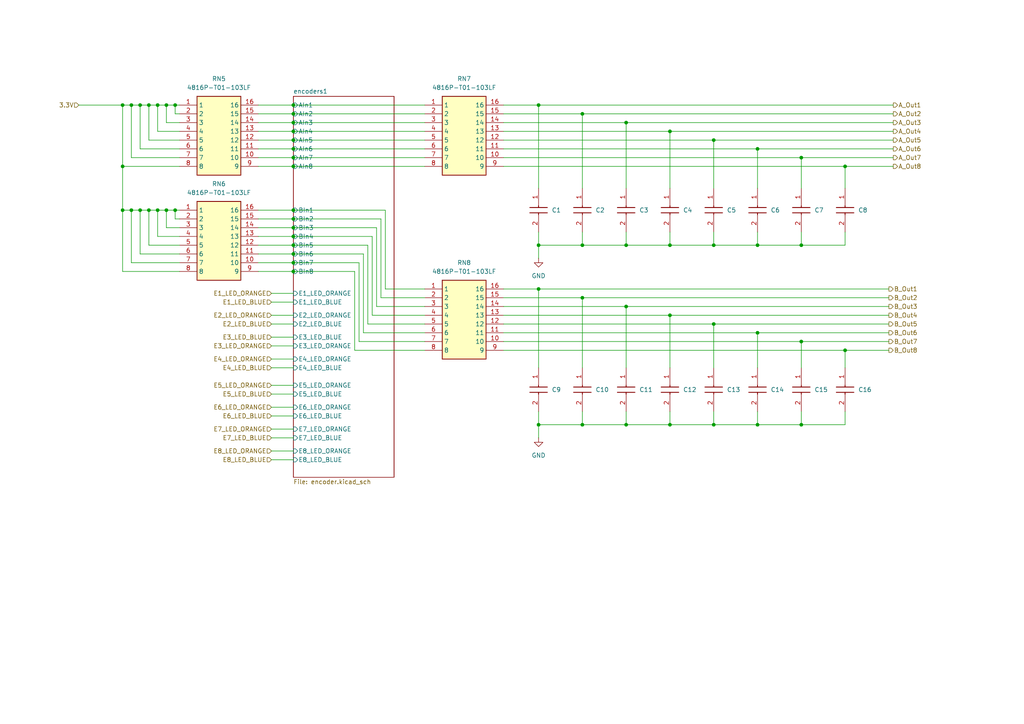
<source format=kicad_sch>
(kicad_sch (version 20250114) (generator "eeschema") (generator_version "9.0")
  (paper "A4")
  (lib_symbols
    (symbol "SamacSys_Parts:4816P-T01-103LF"
      (property "Reference" "RN" (at 19.05 7.62 0))
      (property "Value" "4816P-T01-103LF" (at 19.05 5.08 0))
      (symbol "4816P-T01-103LF_1_1"
        (rectangle (start 5.08 2.54) (end 17.78 -20.32) (stroke (width 0.254)) (fill (type background)))
        (pin passive line (at 0 0 0) (length 5.08) (name "1") (number "1"))
        (pin passive line (at 0 -2.54 0) (length 5.08) (name "2") (number "2"))
        (pin passive line (at 0 -5.08 0) (length 5.08) (name "3") (number "3"))
        (pin passive line (at 0 -7.62 0) (length 5.08) (name "4") (number "4"))
        (pin passive line (at 0 -10.16 0) (length 5.08) (name "5") (number "5"))
        (pin passive line (at 0 -12.7 0) (length 5.08) (name "6") (number "6"))
        (pin passive line (at 0 -15.24 0) (length 5.08) (name "7") (number "7"))
        (pin passive line (at 0 -17.78 0) (length 5.08) (name "8") (number "8"))
        (pin passive line (at 22.86 0 180) (length 5.08) (name "16") (number "16"))
        (pin passive line (at 22.86 -2.54 180) (length 5.08) (name "15") (number "15"))
        (pin passive line (at 22.86 -5.08 180) (length 5.08) (name "14") (number "14"))
        (pin passive line (at 22.86 -7.62 180) (length 5.08) (name "13") (number "13"))
        (pin passive line (at 22.86 -10.16 180) (length 5.08) (name "12") (number "12"))
        (pin passive line (at 22.86 -12.7 180) (length 5.08) (name "11") (number "11"))
        (pin passive line (at 22.86 -15.24 180) (length 5.08) (name "10") (number "10"))
        (pin passive line (at 22.86 -17.78 180) (length 5.08) (name "9") (number "9"))
      )
    )
    (symbol "SamacSys_Parts:885012208009" (pin_names (hide yes))
      (property "Reference" "C" (at 8.89 6.35 0))
      (property "Value" "885012208009" (at 8.89 3.81 0))
      (symbol "885012208009_1_1"
        (polyline (pts (xy 5.08 0) (xy 5.588 0)) (stroke (width 0.254)))
        (polyline (pts (xy 5.588 2.54) (xy 5.588 -2.54)) (stroke (width 0.254)))
        (polyline (pts (xy 7.112 2.54) (xy 7.112 -2.54)) (stroke (width 0.254)))
        (polyline (pts (xy 7.112 0) (xy 7.62 0)) (stroke (width 0.254)))
        (pin passive line (at 0 0 0) (length 5.08) (name "1") (number "1"))
        (pin passive line (at 12.7 0 180) (length 5.08) (name "2") (number "2"))
      )
    )
    (symbol "power:GND" (power) (pin_numbers (hide yes)) (pin_names (offset 0) (hide yes))
      (property "Value" "GND" (at 0 -3.81 0))
      (symbol "GND_0_1"
        (polyline (pts (xy 0 0) (xy 0 -1.27) (xy 1.27 -1.27) (xy 0 -2.54) (xy -1.27 -1.27) (xy 0 -1.27)))
      )
      (symbol "GND_1_1"
        (pin power_in line (at 0 0 270) (length 0) (name "~") (number "1"))
      )
    )
  )
  (junction (at 156.21 71.12))
  (junction (at 43.18 60.96))
  (junction (at 85.09 35.56))
  (junction (at 181.61 71.12))
  (junction (at 194.31 91.44))
  (junction (at 207.01 71.12))
  (junction (at 181.61 88.9))
  (junction (at 168.91 86.36))
  (junction (at 156.21 83.82))
  (junction (at 181.61 123.19))
  (junction (at 40.64 60.96))
  (junction (at 85.09 73.66))
  (junction (at 48.26 30.48))
  (junction (at 85.09 71.12))
  (junction (at 35.56 60.96))
  (junction (at 50.8 30.48))
  (junction (at 245.11 48.26))
  (junction (at 45.72 30.48))
  (junction (at 85.09 76.2))
  (junction (at 219.71 71.12))
  (junction (at 232.41 45.72))
  (junction (at 48.26 60.96))
  (junction (at 85.09 60.96))
  (junction (at 43.18 30.48))
  (junction (at 194.31 123.19))
  (junction (at 168.91 71.12))
  (junction (at 40.64 30.48))
  (junction (at 181.61 35.56))
  (junction (at 207.01 93.98))
  (junction (at 232.41 99.06))
  (junction (at 45.72 60.96))
  (junction (at 207.01 40.64))
  (junction (at 85.09 68.58))
  (junction (at 194.31 71.12))
  (junction (at 219.71 123.19))
  (junction (at 50.8 60.96))
  (junction (at 38.1 60.96))
  (junction (at 168.91 123.19))
  (junction (at 156.21 30.48))
  (junction (at 85.09 43.18))
  (junction (at 35.56 48.26))
  (junction (at 219.71 43.18))
  (junction (at 194.31 38.1))
  (junction (at 232.41 123.19))
  (junction (at 85.09 45.72))
  (junction (at 35.56 30.48))
  (junction (at 156.21 123.19))
  (junction (at 168.91 33.02))
  (junction (at 85.09 30.48))
  (junction (at 38.1 30.48))
  (junction (at 85.09 33.02))
  (junction (at 85.09 78.74))
  (junction (at 207.01 123.19))
  (junction (at 85.09 40.64))
  (junction (at 85.09 66.04))
  (junction (at 219.71 96.52))
  (junction (at 232.41 71.12))
  (junction (at 85.09 63.5))
  (junction (at 245.11 101.6))
  (junction (at 85.09 48.26))
  (junction (at 85.09 38.1))
  (wire (pts (xy 181.61 67.31) (xy 181.61 71.12)))
  (wire (pts (xy 219.71 71.12) (xy 232.41 71.12)))
  (wire (pts (xy 105.41 96.52) (xy 123.19 96.52)))
  (wire (pts (xy 74.93 73.66) (xy 85.09 73.66)))
  (wire (pts (xy 74.93 78.74) (xy 85.09 78.74)))
  (wire (pts (xy 50.8 33.02) (xy 50.8 30.48)))
  (wire (pts (xy 52.07 68.58) (xy 45.72 68.58)))
  (wire (pts (xy 207.01 119.38) (xy 207.01 123.19)))
  (wire (pts (xy 146.05 35.56) (xy 181.61 35.56)))
  (wire (pts (xy 181.61 88.9) (xy 181.61 106.68)))
  (wire (pts (xy 48.26 30.48) (xy 45.72 30.48)))
  (wire (pts (xy 168.91 67.31) (xy 168.91 71.12)))
  (wire (pts (xy 78.74 106.68) (xy 85.09 106.68)))
  (wire (pts (xy 207.01 93.98) (xy 257.81 93.98)))
  (wire (pts (xy 146.05 93.98) (xy 207.01 93.98)))
  (wire (pts (xy 219.71 43.18) (xy 219.71 54.61)))
  (wire (pts (xy 74.93 60.96) (xy 85.09 60.96)))
  (wire (pts (xy 40.64 60.96) (xy 38.1 60.96)))
  (wire (pts (xy 35.56 48.26) (xy 35.56 60.96)))
  (wire (pts (xy 109.22 88.9) (xy 109.22 66.04)))
  (wire (pts (xy 78.74 85.09) (xy 85.09 85.09)))
  (wire (pts (xy 194.31 91.44) (xy 257.81 91.44)))
  (wire (pts (xy 194.31 38.1) (xy 194.31 54.61)))
  (wire (pts (xy 105.41 96.52) (xy 105.41 73.66)))
  (wire (pts (xy 111.76 60.96) (xy 111.76 83.82)))
  (wire (pts (xy 74.93 30.48) (xy 85.09 30.48)))
  (wire (pts (xy 74.93 38.1) (xy 85.09 38.1)))
  (wire (pts (xy 85.09 35.56) (xy 123.19 35.56)))
  (wire (pts (xy 48.26 35.56) (xy 48.26 30.48)))
  (wire (pts (xy 110.49 86.36) (xy 123.19 86.36)))
  (wire (pts (xy 109.22 88.9) (xy 123.19 88.9)))
  (wire (pts (xy 245.11 71.12) (xy 245.11 67.31)))
  (wire (pts (xy 78.74 104.14) (xy 85.09 104.14)))
  (wire (pts (xy 74.93 68.58) (xy 85.09 68.58)))
  (wire (pts (xy 52.07 78.74) (xy 35.56 78.74)))
  (wire (pts (xy 181.61 88.9) (xy 257.81 88.9)))
  (wire (pts (xy 168.91 123.19) (xy 181.61 123.19)))
  (wire (pts (xy 156.21 83.82) (xy 257.81 83.82)))
  (wire (pts (xy 111.76 83.82) (xy 123.19 83.82)))
  (wire (pts (xy 74.93 43.18) (xy 85.09 43.18)))
  (wire (pts (xy 104.14 99.06) (xy 123.19 99.06)))
  (wire (pts (xy 146.05 45.72) (xy 232.41 45.72)))
  (wire (pts (xy 43.18 60.96) (xy 40.64 60.96)))
  (wire (pts (xy 78.74 100.33) (xy 85.09 100.33)))
  (wire (pts (xy 52.07 60.96) (xy 50.8 60.96)))
  (wire (pts (xy 74.93 66.04) (xy 85.09 66.04)))
  (wire (pts (xy 74.93 35.56) (xy 85.09 35.56)))
  (wire (pts (xy 74.93 71.12) (xy 85.09 71.12)))
  (wire (pts (xy 168.91 86.36) (xy 168.91 106.68)))
  (wire (pts (xy 156.21 71.12) (xy 168.91 71.12)))
  (wire (pts (xy 110.49 63.5) (xy 110.49 86.36)))
  (wire (pts (xy 43.18 30.48) (xy 40.64 30.48)))
  (wire (pts (xy 146.05 96.52) (xy 219.71 96.52)))
  (wire (pts (xy 219.71 67.31) (xy 219.71 71.12)))
  (wire (pts (xy 78.74 114.3) (xy 85.09 114.3)))
  (wire (pts (xy 40.64 30.48) (xy 38.1 30.48)))
  (wire (pts (xy 156.21 83.82) (xy 156.21 106.68)))
  (wire (pts (xy 85.09 63.5) (xy 110.49 63.5)))
  (wire (pts (xy 50.8 60.96) (xy 48.26 60.96)))
  (wire (pts (xy 207.01 123.19) (xy 219.71 123.19)))
  (wire (pts (xy 85.09 30.48) (xy 123.19 30.48)))
  (wire (pts (xy 74.93 48.26) (xy 85.09 48.26)))
  (wire (pts (xy 146.05 30.48) (xy 156.21 30.48)))
  (wire (pts (xy 78.74 124.46) (xy 85.09 124.46)))
  (wire (pts (xy 194.31 38.1) (xy 259.08 38.1)))
  (wire (pts (xy 194.31 67.31) (xy 194.31 71.12)))
  (wire (pts (xy 48.26 66.04) (xy 48.26 60.96)))
  (wire (pts (xy 85.09 73.66) (xy 105.41 73.66)))
  (wire (pts (xy 74.93 45.72) (xy 85.09 45.72)))
  (wire (pts (xy 181.61 35.56) (xy 181.61 54.61)))
  (wire (pts (xy 78.74 97.79) (xy 85.09 97.79)))
  (wire (pts (xy 106.68 93.98) (xy 123.19 93.98)))
  (wire (pts (xy 219.71 96.52) (xy 257.81 96.52)))
  (wire (pts (xy 146.05 88.9) (xy 181.61 88.9)))
  (wire (pts (xy 52.07 38.1) (xy 45.72 38.1)))
  (wire (pts (xy 156.21 67.31) (xy 156.21 71.12)))
  (wire (pts (xy 102.87 78.74) (xy 85.09 78.74)))
  (wire (pts (xy 85.09 43.18) (xy 123.19 43.18)))
  (wire (pts (xy 245.11 48.26) (xy 259.08 48.26)))
  (wire (pts (xy 78.74 111.76) (xy 85.09 111.76)))
  (wire (pts (xy 78.74 120.65) (xy 85.09 120.65)))
  (wire (pts (xy 106.68 93.98) (xy 106.68 71.12)))
  (wire (pts (xy 146.05 86.36) (xy 168.91 86.36)))
  (wire (pts (xy 232.41 99.06) (xy 232.41 106.68)))
  (wire (pts (xy 232.41 67.31) (xy 232.41 71.12)))
  (wire (pts (xy 35.56 78.74) (xy 35.56 60.96)))
  (wire (pts (xy 156.21 123.19) (xy 168.91 123.19)))
  (wire (pts (xy 50.8 30.48) (xy 52.07 30.48)))
  (wire (pts (xy 52.07 48.26) (xy 35.56 48.26)))
  (wire (pts (xy 181.61 119.38) (xy 181.61 123.19)))
  (wire (pts (xy 40.64 43.18) (xy 40.64 30.48)))
  (wire (pts (xy 74.93 76.2) (xy 85.09 76.2)))
  (wire (pts (xy 207.01 40.64) (xy 259.08 40.64)))
  (wire (pts (xy 78.74 127) (xy 85.09 127)))
  (wire (pts (xy 38.1 45.72) (xy 38.1 30.48)))
  (wire (pts (xy 181.61 35.56) (xy 259.08 35.56)))
  (wire (pts (xy 74.93 33.02) (xy 85.09 33.02)))
  (wire (pts (xy 52.07 45.72) (xy 38.1 45.72)))
  (wire (pts (xy 52.07 63.5) (xy 50.8 63.5)))
  (wire (pts (xy 48.26 30.48) (xy 50.8 30.48)))
  (wire (pts (xy 85.09 33.02) (xy 123.19 33.02)))
  (wire (pts (xy 146.05 43.18) (xy 219.71 43.18)))
  (wire (pts (xy 232.41 45.72) (xy 232.41 54.61)))
  (wire (pts (xy 181.61 71.12) (xy 194.31 71.12)))
  (wire (pts (xy 245.11 123.19) (xy 245.11 119.38)))
  (wire (pts (xy 22.86 30.48) (xy 35.56 30.48)))
  (wire (pts (xy 52.07 33.02) (xy 50.8 33.02)))
  (wire (pts (xy 35.56 48.26) (xy 35.56 30.48)))
  (wire (pts (xy 194.31 71.12) (xy 207.01 71.12)))
  (wire (pts (xy 232.41 71.12) (xy 245.11 71.12)))
  (wire (pts (xy 156.21 119.38) (xy 156.21 123.19)))
  (wire (pts (xy 106.68 71.12) (xy 85.09 71.12)))
  (wire (pts (xy 38.1 60.96) (xy 35.56 60.96)))
  (wire (pts (xy 45.72 60.96) (xy 43.18 60.96)))
  (wire (pts (xy 52.07 76.2) (xy 38.1 76.2)))
  (wire (pts (xy 168.91 86.36) (xy 257.81 86.36)))
  (wire (pts (xy 52.07 66.04) (xy 48.26 66.04)))
  (wire (pts (xy 85.09 45.72) (xy 123.19 45.72)))
  (wire (pts (xy 232.41 45.72) (xy 259.08 45.72)))
  (wire (pts (xy 74.93 63.5) (xy 85.09 63.5)))
  (wire (pts (xy 52.07 43.18) (xy 40.64 43.18)))
  (wire (pts (xy 156.21 30.48) (xy 156.21 54.61)))
  (wire (pts (xy 146.05 83.82) (xy 156.21 83.82)))
  (wire (pts (xy 232.41 123.19) (xy 245.11 123.19)))
  (wire (pts (xy 78.74 87.63) (xy 85.09 87.63)))
  (wire (pts (xy 146.05 40.64) (xy 207.01 40.64)))
  (wire (pts (xy 85.09 48.26) (xy 123.19 48.26)))
  (wire (pts (xy 232.41 119.38) (xy 232.41 123.19)))
  (wire (pts (xy 146.05 48.26) (xy 245.11 48.26)))
  (wire (pts (xy 219.71 96.52) (xy 219.71 106.68)))
  (wire (pts (xy 104.14 99.06) (xy 104.14 76.2)))
  (wire (pts (xy 52.07 73.66) (xy 40.64 73.66)))
  (wire (pts (xy 168.91 71.12) (xy 181.61 71.12)))
  (wire (pts (xy 85.09 40.64) (xy 123.19 40.64)))
  (wire (pts (xy 102.87 101.6) (xy 102.87 78.74)))
  (wire (pts (xy 207.01 71.12) (xy 219.71 71.12)))
  (wire (pts (xy 146.05 38.1) (xy 194.31 38.1)))
  (wire (pts (xy 38.1 76.2) (xy 38.1 60.96)))
  (wire (pts (xy 43.18 71.12) (xy 43.18 60.96)))
  (wire (pts (xy 194.31 123.19) (xy 207.01 123.19)))
  (wire (pts (xy 245.11 106.68) (xy 245.11 101.6)))
  (wire (pts (xy 168.91 33.02) (xy 168.91 54.61)))
  (wire (pts (xy 219.71 43.18) (xy 259.08 43.18)))
  (wire (pts (xy 146.05 91.44) (xy 194.31 91.44)))
  (wire (pts (xy 146.05 99.06) (xy 232.41 99.06)))
  (wire (pts (xy 52.07 40.64) (xy 43.18 40.64)))
  (wire (pts (xy 219.71 123.19) (xy 232.41 123.19)))
  (wire (pts (xy 245.11 101.6) (xy 257.81 101.6)))
  (wire (pts (xy 107.95 91.44) (xy 107.95 68.58)))
  (wire (pts (xy 232.41 99.06) (xy 257.81 99.06)))
  (wire (pts (xy 74.93 40.64) (xy 85.09 40.64)))
  (wire (pts (xy 43.18 40.64) (xy 43.18 30.48)))
  (wire (pts (xy 40.64 73.66) (xy 40.64 60.96)))
  (wire (pts (xy 85.09 60.96) (xy 111.76 60.96)))
  (wire (pts (xy 102.87 101.6) (xy 123.19 101.6)))
  (wire (pts (xy 52.07 71.12) (xy 43.18 71.12)))
  (wire (pts (xy 35.56 30.48) (xy 38.1 30.48)))
  (wire (pts (xy 78.74 118.11) (xy 85.09 118.11)))
  (wire (pts (xy 78.74 133.35) (xy 85.09 133.35)))
  (wire (pts (xy 156.21 123.19) (xy 156.21 127)))
  (wire (pts (xy 45.72 68.58) (xy 45.72 60.96)))
  (wire (pts (xy 168.91 119.38) (xy 168.91 123.19)))
  (wire (pts (xy 168.91 33.02) (xy 259.08 33.02)))
  (wire (pts (xy 207.01 40.64) (xy 207.01 54.61)))
  (wire (pts (xy 207.01 93.98) (xy 207.01 106.68)))
  (wire (pts (xy 48.26 60.96) (xy 45.72 60.96)))
  (wire (pts (xy 146.05 33.02) (xy 168.91 33.02)))
  (wire (pts (xy 78.74 130.81) (xy 85.09 130.81)))
  (wire (pts (xy 194.31 119.38) (xy 194.31 123.19)))
  (wire (pts (xy 85.09 38.1) (xy 123.19 38.1)))
  (wire (pts (xy 78.74 91.44) (xy 85.09 91.44)))
  (wire (pts (xy 207.01 67.31) (xy 207.01 71.12)))
  (wire (pts (xy 107.95 91.44) (xy 123.19 91.44)))
  (wire (pts (xy 156.21 30.48) (xy 259.08 30.48)))
  (wire (pts (xy 45.72 38.1) (xy 45.72 30.48)))
  (wire (pts (xy 109.22 66.04) (xy 85.09 66.04)))
  (wire (pts (xy 181.61 123.19) (xy 194.31 123.19)))
  (wire (pts (xy 104.14 76.2) (xy 85.09 76.2)))
  (wire (pts (xy 245.11 48.26) (xy 245.11 54.61)))
  (wire (pts (xy 146.05 101.6) (xy 245.11 101.6)))
  (wire (pts (xy 107.95 68.58) (xy 85.09 68.58)))
  (wire (pts (xy 219.71 119.38) (xy 219.71 123.19)))
  (wire (pts (xy 78.74 93.98) (xy 85.09 93.98)))
  (wire (pts (xy 50.8 63.5) (xy 50.8 60.96)))
  (wire (pts (xy 194.31 91.44) (xy 194.31 106.68)))
  (wire (pts (xy 156.21 71.12) (xy 156.21 74.93)))
  (wire (pts (xy 45.72 30.48) (xy 43.18 30.48)))
  (wire (pts (xy 52.07 35.56) (xy 48.26 35.56)))
  (hierarchical_label "A_Out5" (shape output) (at 259.08 40.64 0))
  (hierarchical_label "E6_LED_ORANGE" (shape input) (at 78.74 118.11 180))
  (hierarchical_label "E3_LED_BLUE" (shape input) (at 78.74 97.79 180))
  (hierarchical_label "E5_LED_ORANGE" (shape input) (at 78.74 111.76 180))
  (hierarchical_label "A_Out7" (shape output) (at 259.08 45.72 0))
  (hierarchical_label "E3_LED_ORANGE" (shape input) (at 78.74 100.33 180))
  (hierarchical_label "E1_LED_BLUE" (shape input) (at 78.74 87.63 180))
  (hierarchical_label "A_Out8" (shape output) (at 259.08 48.26 0))
  (hierarchical_label "3.3V" (shape input) (at 22.86 30.48 180))
  (hierarchical_label "E7_LED_BLUE" (shape input) (at 78.74 127 180))
  (hierarchical_label "E5_LED_BLUE" (shape input) (at 78.74 114.3 180))
  (hierarchical_label "A_Out6" (shape output) (at 259.08 43.18 0))
  (hierarchical_label "E1_LED_ORANGE" (shape input) (at 78.74 85.09 180))
  (hierarchical_label "A_Out1" (shape output) (at 259.08 30.48 0))
  (hierarchical_label "E7_LED_ORANGE" (shape input) (at 78.74 124.46 180))
  (hierarchical_label "B_Out5" (shape output) (at 257.81 93.98 0))
  (hierarchical_label "E8_LED_ORANGE" (shape input) (at 78.74 130.81 180))
  (hierarchical_label "A_Out2" (shape output) (at 259.08 33.02 0))
  (hierarchical_label "E4_LED_BLUE" (shape input) (at 78.74 106.68 180))
  (hierarchical_label "E2_LED_BLUE" (shape input) (at 78.74 93.98 180))
  (hierarchical_label "B_Out7" (shape output) (at 257.81 99.06 0))
  (hierarchical_label "B_Out8" (shape output) (at 257.81 101.6 0))
  (hierarchical_label "B_Out4" (shape output) (at 257.81 91.44 0))
  (hierarchical_label "B_Out6" (shape output) (at 257.81 96.52 0))
  (hierarchical_label "B_Out1" (shape output) (at 257.81 83.82 0))
  (hierarchical_label "A_Out3" (shape output) (at 259.08 35.56 0))
  (hierarchical_label "A_Out4" (shape output) (at 259.08 38.1 0))
  (hierarchical_label "E4_LED_ORANGE" (shape input) (at 78.74 104.14 180))
  (hierarchical_label "B_Out3" (shape output) (at 257.81 88.9 0))
  (hierarchical_label "B_Out2" (shape output) (at 257.81 86.36 0))
  (hierarchical_label "E2_LED_ORANGE" (shape input) (at 78.74 91.44 180))
  (hierarchical_label "E6_LED_BLUE" (shape input) (at 78.74 120.65 180))
  (hierarchical_label "E8_LED_BLUE" (shape input) (at 78.74 133.35 180))
  (symbol (lib_id "SamacSys_Parts:885012208009") (at 245.11 54.61 270) (unit 1)
    (property "Reference" "C8" (at 248.92 60.9599 90) (effects (justify left)))
    (property "Value" "885012208009" (effects (hide yes)))
    (property "Footprint" "CAPC3216X90N" (effects (hide yes)))
    (property "Datasheet" "https://katalog.we-online.com/pbs/datasheet/885012208009.pdf" (effects (hide yes)))
    (property "Description" "Multilayer Ceramic Chip Capacitor WCAP-CSGP Series 1206 100000pF X7R1206104K010DFCT10000" (effects (hide yes)))
    (property "Height" "0.9" (effects (hide yes)))
    (property "Manufacturer_Name" "Wurth Elektronik" (effects (hide yes)))
    (property "Manufacturer_Part_Number" "885012208009" (effects (hide yes)))
    (property "Mouser Part Number" "710-885012208009" (effects (hide yes)))
    (property "Mouser Price/Stock" "https://www.mouser.co.uk/ProductDetail/Wurth-Elektronik/885012208009/?qs=0KOYDY2FL28pBXnWSpSHJw%3D%3D" (effects (hide yes)))
  )
  (symbol (lib_id "SamacSys_Parts:885012208009") (at 207.01 54.61 270) (unit 1)
    (property "Reference" "C5" (at 210.82 60.9599 90) (effects (justify left)))
    (property "Value" "885012208009" (effects (hide yes)))
    (property "Footprint" "CAPC3216X90N" (effects (hide yes)))
    (property "Datasheet" "https://katalog.we-online.com/pbs/datasheet/885012208009.pdf" (effects (hide yes)))
    (property "Description" "Multilayer Ceramic Chip Capacitor WCAP-CSGP Series 1206 100000pF X7R1206104K010DFCT10000" (effects (hide yes)))
    (property "Height" "0.9" (effects (hide yes)))
    (property "Manufacturer_Name" "Wurth Elektronik" (effects (hide yes)))
    (property "Manufacturer_Part_Number" "885012208009" (effects (hide yes)))
    (property "Mouser Part Number" "710-885012208009" (effects (hide yes)))
    (property "Mouser Price/Stock" "https://www.mouser.co.uk/ProductDetail/Wurth-Elektronik/885012208009/?qs=0KOYDY2FL28pBXnWSpSHJw%3D%3D" (effects (hide yes)))
  )
  (symbol (lib_id "SamacSys_Parts:885012208009") (at 207.01 106.68 270) (unit 1)
    (property "Reference" "C13" (at 210.82 113.0299 90) (effects (justify left)))
    (property "Value" "885012208009" (effects (hide yes)))
    (property "Footprint" "CAPC3216X90N" (effects (hide yes)))
    (property "Datasheet" "https://katalog.we-online.com/pbs/datasheet/885012208009.pdf" (effects (hide yes)))
    (property "Description" "Multilayer Ceramic Chip Capacitor WCAP-CSGP Series 1206 100000pF X7R1206104K010DFCT10000" (effects (hide yes)))
    (property "Height" "0.9" (effects (hide yes)))
    (property "Manufacturer_Name" "Wurth Elektronik" (effects (hide yes)))
    (property "Manufacturer_Part_Number" "885012208009" (effects (hide yes)))
    (property "Mouser Part Number" "710-885012208009" (effects (hide yes)))
    (property "Mouser Price/Stock" "https://www.mouser.co.uk/ProductDetail/Wurth-Elektronik/885012208009/?qs=0KOYDY2FL28pBXnWSpSHJw%3D%3D" (effects (hide yes)))
  )
  (symbol (lib_id "SamacSys_Parts:4816P-T01-103LF") (at 52.07 30.48 0) (unit 1)
    (property "Reference" "RN5" (at 63.5 22.86 0))
    (property "Value" "4816P-T01-103LF" (at 63.5 25.4 0))
    (property "Footprint" "SOIC127P762X215-16N" (effects (hide yes)))
    (property "Datasheet" "http://www.bourns.com/pdfs/4800P.pdf" (effects (hide yes)))
    (property "Description" "8-isolated SMT resistor network,10K Bourns Isolated SMT Resistor Array 10k +/-2% 8 Resistors, 1.28W Total, SOM package 4800P" (effects (hide yes)))
    (property "Height" "2.15" (effects (hide yes)))
    (property "Manufacturer_Name" "Bourns" (effects (hide yes)))
    (property "Manufacturer_Part_Number" "4816P-T01-103LF" (effects (hide yes)))
    (property "Mouser Part Number" "652-4816P-T1LF-10K" (effects (hide yes)))
    (property "Mouser Price/Stock" "https://www.mouser.co.uk/ProductDetail/Bourns/4816P-T01-103LF?qs=DRqqlFaNjzXg5W%252BVqBYTiA%3D%3D" (effects (hide yes)))
    (property "Arrow Part Number" "4816P-T01-103LF" (effects (hide yes)))
    (property "Arrow Price/Stock" "https://www.arrow.com/en/products/4816p-t01-103lf/bourns?region=europe" (effects (hide yes)))
  )
  (symbol (lib_id "SamacSys_Parts:4816P-T01-103LF") (at 123.19 83.82 0) (unit 1)
    (property "Reference" "RN8" (at 134.62 76.2 0))
    (property "Value" "4816P-T01-103LF" (at 134.62 78.74 0))
    (property "Footprint" "SOIC127P762X215-16N" (effects (hide yes)))
    (property "Datasheet" "http://www.bourns.com/pdfs/4800P.pdf" (effects (hide yes)))
    (property "Description" "8-isolated SMT resistor network,10K Bourns Isolated SMT Resistor Array 10k +/-2% 8 Resistors, 1.28W Total, SOM package 4800P" (effects (hide yes)))
    (property "Height" "2.15" (effects (hide yes)))
    (property "Manufacturer_Name" "Bourns" (effects (hide yes)))
    (property "Manufacturer_Part_Number" "4816P-T01-103LF" (effects (hide yes)))
    (property "Mouser Part Number" "652-4816P-T1LF-10K" (effects (hide yes)))
    (property "Mouser Price/Stock" "https://www.mouser.co.uk/ProductDetail/Bourns/4816P-T01-103LF?qs=DRqqlFaNjzXg5W%252BVqBYTiA%3D%3D" (effects (hide yes)))
    (property "Arrow Part Number" "4816P-T01-103LF" (effects (hide yes)))
    (property "Arrow Price/Stock" "https://www.arrow.com/en/products/4816p-t01-103lf/bourns?region=europe" (effects (hide yes)))
  )
  (symbol (lib_id "SamacSys_Parts:885012208009") (at 232.41 106.68 270) (unit 1)
    (property "Reference" "C15" (at 236.22 113.0299 90) (effects (justify left)))
    (property "Value" "885012208009" (effects (hide yes)))
    (property "Footprint" "CAPC3216X90N" (effects (hide yes)))
    (property "Datasheet" "https://katalog.we-online.com/pbs/datasheet/885012208009.pdf" (effects (hide yes)))
    (property "Description" "Multilayer Ceramic Chip Capacitor WCAP-CSGP Series 1206 100000pF X7R1206104K010DFCT10000" (effects (hide yes)))
    (property "Height" "0.9" (effects (hide yes)))
    (property "Manufacturer_Name" "Wurth Elektronik" (effects (hide yes)))
    (property "Manufacturer_Part_Number" "885012208009" (effects (hide yes)))
    (property "Mouser Part Number" "710-885012208009" (effects (hide yes)))
    (property "Mouser Price/Stock" "https://www.mouser.co.uk/ProductDetail/Wurth-Elektronik/885012208009/?qs=0KOYDY2FL28pBXnWSpSHJw%3D%3D" (effects (hide yes)))
  )
  (symbol (lib_id "SamacSys_Parts:885012208009") (at 156.21 54.61 270) (unit 1)
    (property "Reference" "C1" (at 160.02 60.9599 90) (effects (justify left)))
    (property "Value" "885012208009" (effects (hide yes)))
    (property "Footprint" "CAPC3216X90N" (effects (hide yes)))
    (property "Datasheet" "https://katalog.we-online.com/pbs/datasheet/885012208009.pdf" (effects (hide yes)))
    (property "Description" "Multilayer Ceramic Chip Capacitor WCAP-CSGP Series 1206 100000pF X7R1206104K010DFCT10000" (effects (hide yes)))
    (property "Height" "0.9" (effects (hide yes)))
    (property "Manufacturer_Name" "Wurth Elektronik" (effects (hide yes)))
    (property "Manufacturer_Part_Number" "885012208009" (effects (hide yes)))
    (property "Mouser Part Number" "710-885012208009" (effects (hide yes)))
    (property "Mouser Price/Stock" "https://www.mouser.co.uk/ProductDetail/Wurth-Elektronik/885012208009/?qs=0KOYDY2FL28pBXnWSpSHJw%3D%3D" (effects (hide yes)))
  )
  (symbol (lib_id "SamacSys_Parts:885012208009") (at 219.71 106.68 270) (unit 1)
    (property "Reference" "C14" (at 223.52 113.0299 90) (effects (justify left)))
    (property "Value" "885012208009" (effects (hide yes)))
    (property "Footprint" "CAPC3216X90N" (effects (hide yes)))
    (property "Datasheet" "https://katalog.we-online.com/pbs/datasheet/885012208009.pdf" (effects (hide yes)))
    (property "Description" "Multilayer Ceramic Chip Capacitor WCAP-CSGP Series 1206 100000pF X7R1206104K010DFCT10000" (effects (hide yes)))
    (property "Height" "0.9" (effects (hide yes)))
    (property "Manufacturer_Name" "Wurth Elektronik" (effects (hide yes)))
    (property "Manufacturer_Part_Number" "885012208009" (effects (hide yes)))
    (property "Mouser Part Number" "710-885012208009" (effects (hide yes)))
    (property "Mouser Price/Stock" "https://www.mouser.co.uk/ProductDetail/Wurth-Elektronik/885012208009/?qs=0KOYDY2FL28pBXnWSpSHJw%3D%3D" (effects (hide yes)))
  )
  (symbol (lib_id "SamacSys_Parts:885012208009") (at 194.31 106.68 270) (unit 1)
    (property "Reference" "C12" (at 198.12 113.0299 90) (effects (justify left)))
    (property "Value" "885012208009" (effects (hide yes)))
    (property "Footprint" "CAPC3216X90N" (effects (hide yes)))
    (property "Datasheet" "https://katalog.we-online.com/pbs/datasheet/885012208009.pdf" (effects (hide yes)))
    (property "Description" "Multilayer Ceramic Chip Capacitor WCAP-CSGP Series 1206 100000pF X7R1206104K010DFCT10000" (effects (hide yes)))
    (property "Height" "0.9" (effects (hide yes)))
    (property "Manufacturer_Name" "Wurth Elektronik" (effects (hide yes)))
    (property "Manufacturer_Part_Number" "885012208009" (effects (hide yes)))
    (property "Mouser Part Number" "710-885012208009" (effects (hide yes)))
    (property "Mouser Price/Stock" "https://www.mouser.co.uk/ProductDetail/Wurth-Elektronik/885012208009/?qs=0KOYDY2FL28pBXnWSpSHJw%3D%3D" (effects (hide yes)))
  )
  (symbol (lib_id "SamacSys_Parts:885012208009") (at 194.31 54.61 270) (unit 1)
    (property "Reference" "C4" (at 198.12 60.9599 90) (effects (justify left)))
    (property "Value" "885012208009" (effects (hide yes)))
    (property "Footprint" "CAPC3216X90N" (effects (hide yes)))
    (property "Datasheet" "https://katalog.we-online.com/pbs/datasheet/885012208009.pdf" (effects (hide yes)))
    (property "Description" "Multilayer Ceramic Chip Capacitor WCAP-CSGP Series 1206 100000pF X7R1206104K010DFCT10000" (effects (hide yes)))
    (property "Height" "0.9" (effects (hide yes)))
    (property "Manufacturer_Name" "Wurth Elektronik" (effects (hide yes)))
    (property "Manufacturer_Part_Number" "885012208009" (effects (hide yes)))
    (property "Mouser Part Number" "710-885012208009" (effects (hide yes)))
    (property "Mouser Price/Stock" "https://www.mouser.co.uk/ProductDetail/Wurth-Elektronik/885012208009/?qs=0KOYDY2FL28pBXnWSpSHJw%3D%3D" (effects (hide yes)))
  )
  (symbol (lib_id "SamacSys_Parts:885012208009") (at 156.21 106.68 270) (unit 1)
    (property "Reference" "C9" (at 160.02 113.0299 90) (effects (justify left)))
    (property "Value" "885012208009" (effects (hide yes)))
    (property "Footprint" "CAPC3216X90N" (effects (hide yes)))
    (property "Datasheet" "https://katalog.we-online.com/pbs/datasheet/885012208009.pdf" (effects (hide yes)))
    (property "Description" "Multilayer Ceramic Chip Capacitor WCAP-CSGP Series 1206 100000pF X7R1206104K010DFCT10000" (effects (hide yes)))
    (property "Height" "0.9" (effects (hide yes)))
    (property "Manufacturer_Name" "Wurth Elektronik" (effects (hide yes)))
    (property "Manufacturer_Part_Number" "885012208009" (effects (hide yes)))
    (property "Mouser Part Number" "710-885012208009" (effects (hide yes)))
    (property "Mouser Price/Stock" "https://www.mouser.co.uk/ProductDetail/Wurth-Elektronik/885012208009/?qs=0KOYDY2FL28pBXnWSpSHJw%3D%3D" (effects (hide yes)))
  )
  (symbol (lib_id "power:GND") (at 156.21 74.93 0) (unit 1)
    (property "Reference" "#PWR03" (effects (hide yes)))
    (property "Value" "GND" (at 156.21 80.01 0))
    (property "Description" "Power symbol creates a global label with name \"GND\" , ground" (effects (hide yes)))
  )
  (symbol (lib_id "SamacSys_Parts:885012208009") (at 168.91 54.61 270) (unit 1)
    (property "Reference" "C2" (at 172.72 60.9599 90) (effects (justify left)))
    (property "Value" "885012208009" (effects (hide yes)))
    (property "Footprint" "CAPC3216X90N" (effects (hide yes)))
    (property "Datasheet" "https://katalog.we-online.com/pbs/datasheet/885012208009.pdf" (effects (hide yes)))
    (property "Description" "Multilayer Ceramic Chip Capacitor WCAP-CSGP Series 1206 100000pF X7R1206104K010DFCT10000" (effects (hide yes)))
    (property "Height" "0.9" (effects (hide yes)))
    (property "Manufacturer_Name" "Wurth Elektronik" (effects (hide yes)))
    (property "Manufacturer_Part_Number" "885012208009" (effects (hide yes)))
    (property "Mouser Part Number" "710-885012208009" (effects (hide yes)))
    (property "Mouser Price/Stock" "https://www.mouser.co.uk/ProductDetail/Wurth-Elektronik/885012208009/?qs=0KOYDY2FL28pBXnWSpSHJw%3D%3D" (effects (hide yes)))
  )
  (symbol (lib_id "power:GND") (at 156.21 127 0) (unit 1)
    (property "Reference" "#PWR04" (effects (hide yes)))
    (property "Value" "GND" (at 156.21 132.08 0))
    (property "Description" "Power symbol creates a global label with name \"GND\" , ground" (effects (hide yes)))
  )
  (symbol (lib_id "SamacSys_Parts:885012208009") (at 181.61 106.68 270) (unit 1)
    (property "Reference" "C11" (at 185.42 113.0299 90) (effects (justify left)))
    (property "Value" "885012208009" (effects (hide yes)))
    (property "Footprint" "CAPC3216X90N" (effects (hide yes)))
    (property "Datasheet" "https://katalog.we-online.com/pbs/datasheet/885012208009.pdf" (effects (hide yes)))
    (property "Description" "Multilayer Ceramic Chip Capacitor WCAP-CSGP Series 1206 100000pF X7R1206104K010DFCT10000" (effects (hide yes)))
    (property "Height" "0.9" (effects (hide yes)))
    (property "Manufacturer_Name" "Wurth Elektronik" (effects (hide yes)))
    (property "Manufacturer_Part_Number" "885012208009" (effects (hide yes)))
    (property "Mouser Part Number" "710-885012208009" (effects (hide yes)))
    (property "Mouser Price/Stock" "https://www.mouser.co.uk/ProductDetail/Wurth-Elektronik/885012208009/?qs=0KOYDY2FL28pBXnWSpSHJw%3D%3D" (effects (hide yes)))
  )
  (symbol (lib_id "SamacSys_Parts:885012208009") (at 245.11 106.68 270) (unit 1)
    (property "Reference" "C16" (at 248.92 113.0299 90) (effects (justify left)))
    (property "Value" "885012208009" (effects (hide yes)))
    (property "Footprint" "CAPC3216X90N" (effects (hide yes)))
    (property "Datasheet" "https://katalog.we-online.com/pbs/datasheet/885012208009.pdf" (effects (hide yes)))
    (property "Description" "Multilayer Ceramic Chip Capacitor WCAP-CSGP Series 1206 100000pF X7R1206104K010DFCT10000" (effects (hide yes)))
    (property "Height" "0.9" (effects (hide yes)))
    (property "Manufacturer_Name" "Wurth Elektronik" (effects (hide yes)))
    (property "Manufacturer_Part_Number" "885012208009" (effects (hide yes)))
    (property "Mouser Part Number" "710-885012208009" (effects (hide yes)))
    (property "Mouser Price/Stock" "https://www.mouser.co.uk/ProductDetail/Wurth-Elektronik/885012208009/?qs=0KOYDY2FL28pBXnWSpSHJw%3D%3D" (effects (hide yes)))
  )
  (symbol (lib_id "SamacSys_Parts:885012208009") (at 232.41 54.61 270) (unit 1)
    (property "Reference" "C7" (at 236.22 60.9599 90) (effects (justify left)))
    (property "Value" "885012208009" (effects (hide yes)))
    (property "Footprint" "CAPC3216X90N" (effects (hide yes)))
    (property "Datasheet" "https://katalog.we-online.com/pbs/datasheet/885012208009.pdf" (effects (hide yes)))
    (property "Description" "Multilayer Ceramic Chip Capacitor WCAP-CSGP Series 1206 100000pF X7R1206104K010DFCT10000" (effects (hide yes)))
    (property "Height" "0.9" (effects (hide yes)))
    (property "Manufacturer_Name" "Wurth Elektronik" (effects (hide yes)))
    (property "Manufacturer_Part_Number" "885012208009" (effects (hide yes)))
    (property "Mouser Part Number" "710-885012208009" (effects (hide yes)))
    (property "Mouser Price/Stock" "https://www.mouser.co.uk/ProductDetail/Wurth-Elektronik/885012208009/?qs=0KOYDY2FL28pBXnWSpSHJw%3D%3D" (effects (hide yes)))
  )
  (symbol (lib_id "SamacSys_Parts:885012208009") (at 219.71 54.61 270) (unit 1)
    (property "Reference" "C6" (at 223.52 60.9599 90) (effects (justify left)))
    (property "Value" "885012208009" (effects (hide yes)))
    (property "Footprint" "CAPC3216X90N" (effects (hide yes)))
    (property "Datasheet" "https://katalog.we-online.com/pbs/datasheet/885012208009.pdf" (effects (hide yes)))
    (property "Description" "Multilayer Ceramic Chip Capacitor WCAP-CSGP Series 1206 100000pF X7R1206104K010DFCT10000" (effects (hide yes)))
    (property "Height" "0.9" (effects (hide yes)))
    (property "Manufacturer_Name" "Wurth Elektronik" (effects (hide yes)))
    (property "Manufacturer_Part_Number" "885012208009" (effects (hide yes)))
    (property "Mouser Part Number" "710-885012208009" (effects (hide yes)))
    (property "Mouser Price/Stock" "https://www.mouser.co.uk/ProductDetail/Wurth-Elektronik/885012208009/?qs=0KOYDY2FL28pBXnWSpSHJw%3D%3D" (effects (hide yes)))
  )
  (symbol (lib_id "SamacSys_Parts:885012208009") (at 168.91 106.68 270) (unit 1)
    (property "Reference" "C10" (at 172.72 113.0299 90) (effects (justify left)))
    (property "Value" "885012208009" (effects (hide yes)))
    (property "Footprint" "CAPC3216X90N" (effects (hide yes)))
    (property "Datasheet" "https://katalog.we-online.com/pbs/datasheet/885012208009.pdf" (effects (hide yes)))
    (property "Description" "Multilayer Ceramic Chip Capacitor WCAP-CSGP Series 1206 100000pF X7R1206104K010DFCT10000" (effects (hide yes)))
    (property "Height" "0.9" (effects (hide yes)))
    (property "Manufacturer_Name" "Wurth Elektronik" (effects (hide yes)))
    (property "Manufacturer_Part_Number" "885012208009" (effects (hide yes)))
    (property "Mouser Part Number" "710-885012208009" (effects (hide yes)))
    (property "Mouser Price/Stock" "https://www.mouser.co.uk/ProductDetail/Wurth-Elektronik/885012208009/?qs=0KOYDY2FL28pBXnWSpSHJw%3D%3D" (effects (hide yes)))
  )
  (symbol (lib_id "SamacSys_Parts:4816P-T01-103LF") (at 123.19 30.48 0) (unit 1)
    (property "Reference" "RN7" (at 134.62 22.86 0))
    (property "Value" "4816P-T01-103LF" (at 134.62 25.4 0))
    (property "Footprint" "SOIC127P762X215-16N" (effects (hide yes)))
    (property "Datasheet" "http://www.bourns.com/pdfs/4800P.pdf" (effects (hide yes)))
    (property "Description" "8-isolated SMT resistor network,10K Bourns Isolated SMT Resistor Array 10k +/-2% 8 Resistors, 1.28W Total, SOM package 4800P" (effects (hide yes)))
    (property "Height" "2.15" (effects (hide yes)))
    (property "Manufacturer_Name" "Bourns" (effects (hide yes)))
    (property "Manufacturer_Part_Number" "4816P-T01-103LF" (effects (hide yes)))
    (property "Mouser Part Number" "652-4816P-T1LF-10K" (effects (hide yes)))
    (property "Mouser Price/Stock" "https://www.mouser.co.uk/ProductDetail/Bourns/4816P-T01-103LF?qs=DRqqlFaNjzXg5W%252BVqBYTiA%3D%3D" (effects (hide yes)))
    (property "Arrow Part Number" "4816P-T01-103LF" (effects (hide yes)))
    (property "Arrow Price/Stock" "https://www.arrow.com/en/products/4816p-t01-103lf/bourns?region=europe" (effects (hide yes)))
  )
  (symbol (lib_id "SamacSys_Parts:4816P-T01-103LF") (at 52.07 60.96 0) (unit 1)
    (property "Reference" "RN6" (at 63.5 53.34 0))
    (property "Value" "4816P-T01-103LF" (at 63.5 55.88 0))
    (property "Footprint" "SOIC127P762X215-16N" (effects (hide yes)))
    (property "Datasheet" "http://www.bourns.com/pdfs/4800P.pdf" (effects (hide yes)))
    (property "Description" "8-isolated SMT resistor network,10K Bourns Isolated SMT Resistor Array 10k +/-2% 8 Resistors, 1.28W Total, SOM package 4800P" (effects (hide yes)))
    (property "Height" "2.15" (effects (hide yes)))
    (property "Manufacturer_Name" "Bourns" (effects (hide yes)))
    (property "Manufacturer_Part_Number" "4816P-T01-103LF" (effects (hide yes)))
    (property "Mouser Part Number" "652-4816P-T1LF-10K" (effects (hide yes)))
    (property "Mouser Price/Stock" "https://www.mouser.co.uk/ProductDetail/Bourns/4816P-T01-103LF?qs=DRqqlFaNjzXg5W%252BVqBYTiA%3D%3D" (effects (hide yes)))
    (property "Arrow Part Number" "4816P-T01-103LF" (effects (hide yes)))
    (property "Arrow Price/Stock" "https://www.arrow.com/en/products/4816p-t01-103lf/bourns?region=europe" (effects (hide yes)))
  )
  (symbol (lib_id "SamacSys_Parts:885012208009") (at 181.61 54.61 270) (unit 1)
    (property "Reference" "C3" (at 185.42 60.9599 90) (effects (justify left)))
    (property "Value" "885012208009" (effects (hide yes)))
    (property "Footprint" "CAPC3216X90N" (effects (hide yes)))
    (property "Datasheet" "https://katalog.we-online.com/pbs/datasheet/885012208009.pdf" (effects (hide yes)))
    (property "Description" "Multilayer Ceramic Chip Capacitor WCAP-CSGP Series 1206 100000pF X7R1206104K010DFCT10000" (effects (hide yes)))
    (property "Height" "0.9" (effects (hide yes)))
    (property "Manufacturer_Name" "Wurth Elektronik" (effects (hide yes)))
    (property "Manufacturer_Part_Number" "885012208009" (effects (hide yes)))
    (property "Mouser Part Number" "710-885012208009" (effects (hide yes)))
    (property "Mouser Price/Stock" "https://www.mouser.co.uk/ProductDetail/Wurth-Elektronik/885012208009/?qs=0KOYDY2FL28pBXnWSpSHJw%3D%3D" (effects (hide yes)))
  )
  (sheet (at 85.09 27.94) (size 29.21 110.49) (stroke (width 0.1524))
    (property "Sheetname" "encoders1" (at 85.09 27.2284 0) (effects (justify left bottom)))
    (property "Sheetfile" "encoder.kicad_sch" (at 85.09 139.0146 0) (effects (justify left top)))
    (pin "AIn2" input (at 85.09 33.02 180))
    (pin "AIn4" input (at 85.09 38.1 180))
    (pin "AIn3" input (at 85.09 35.56 180))
    (pin "AIn8" input (at 85.09 48.26 180))
    (pin "AIn6" input (at 85.09 43.18 180))
    (pin "AIn7" input (at 85.09 45.72 180))
    (pin "AIn5" input (at 85.09 40.64 180))
    (pin "AIn1" input (at 85.09 30.48 180))
    (pin "BIn2" input (at 85.09 63.5 180))
    (pin "BIn4" input (at 85.09 68.58 180))
    (pin "BIn3" input (at 85.09 66.04 180))
    (pin "BIn6" input (at 85.09 73.66 180))
    (pin "BIn8" input (at 85.09 78.74 180))
    (pin "BIn7" input (at 85.09 76.2 180))
    (pin "BIn5" input (at 85.09 71.12 180))
    (pin "BIn1" input (at 85.09 60.96 180))
    (pin "E1_LED_ORANGE" input (at 85.09 85.09 180))
    (pin "E1_LED_BLUE" input (at 85.09 87.63 180))
    (pin "E2_LED_ORANGE" input (at 85.09 91.44 180))
    (pin "E2_LED_BLUE" input (at 85.09 93.98 180))
    (pin "E3_LED_BLUE" input (at 85.09 97.79 180))
    (pin "E3_LED_ORANGE" input (at 85.09 100.33 180))
    (pin "E4_LED_ORANGE" input (at 85.09 104.14 180))
    (pin "E4_LED_BLUE" input (at 85.09 106.68 180))
    (pin "E5_LED_ORANGE" input (at 85.09 111.76 180))
    (pin "E5_LED_BLUE" input (at 85.09 114.3 180))
    (pin "E6_LED_BLUE" input (at 85.09 120.65 180))
    (pin "E6_LED_ORANGE" input (at 85.09 118.11 180))
    (pin "E7_LED_ORANGE" input (at 85.09 124.46 180))
    (pin "E7_LED_BLUE" input (at 85.09 127 180))
    (pin "E8_LED_ORANGE" input (at 85.09 130.81 180))
    (pin "E8_LED_BLUE" input (at 85.09 133.35 180))
  )
)
</source>
